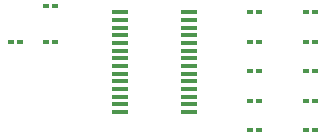
<source format=gbp>
G04 Layer_Color=16770453*
%FSLAX24Y24*%
%MOIN*%
G70*
G01*
G75*
%ADD10R,0.0217X0.0177*%
%ADD32R,0.0532X0.0157*%
D10*
X35778Y32185D02*
D03*
X35482D02*
D03*
X35778Y31201D02*
D03*
X35482D02*
D03*
X33612Y32185D02*
D03*
X33907D02*
D03*
X27116Y31201D02*
D03*
X26821D02*
D03*
X25935D02*
D03*
X25640D02*
D03*
X26821Y32382D02*
D03*
X27116D02*
D03*
X33612Y31201D02*
D03*
X33907D02*
D03*
X35778Y30217D02*
D03*
X35482D02*
D03*
X33612D02*
D03*
X33907D02*
D03*
X35778Y29232D02*
D03*
X35482D02*
D03*
X33612D02*
D03*
X33907D02*
D03*
X35778Y28248D02*
D03*
X35482D02*
D03*
X33612D02*
D03*
X33907D02*
D03*
D32*
X29262Y28848D02*
D03*
Y29104D02*
D03*
Y29360D02*
D03*
Y29616D02*
D03*
Y29872D02*
D03*
Y30128D02*
D03*
Y30384D02*
D03*
Y30640D02*
D03*
Y30896D02*
D03*
Y31152D02*
D03*
Y31407D02*
D03*
Y31663D02*
D03*
Y31919D02*
D03*
Y32175D02*
D03*
X31565Y28848D02*
D03*
Y29104D02*
D03*
Y29360D02*
D03*
Y29616D02*
D03*
Y29872D02*
D03*
Y30128D02*
D03*
Y30384D02*
D03*
Y30640D02*
D03*
Y30896D02*
D03*
Y31152D02*
D03*
Y31407D02*
D03*
Y31663D02*
D03*
Y31919D02*
D03*
Y32175D02*
D03*
M02*

</source>
